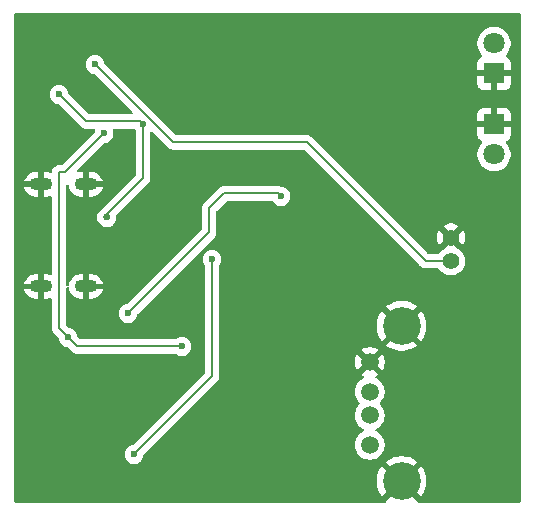
<source format=gbr>
%TF.GenerationSoftware,KiCad,Pcbnew,9.0.7*%
%TF.CreationDate,2026-01-27T16:03:40-08:00*%
%TF.ProjectId,charging-circuit,63686172-6769-46e6-972d-636972637569,rev?*%
%TF.SameCoordinates,Original*%
%TF.FileFunction,Copper,L2,Bot*%
%TF.FilePolarity,Positive*%
%FSLAX46Y46*%
G04 Gerber Fmt 4.6, Leading zero omitted, Abs format (unit mm)*
G04 Created by KiCad (PCBNEW 9.0.7) date 2026-01-27 16:03:40*
%MOMM*%
%LPD*%
G01*
G04 APERTURE LIST*
%TA.AperFunction,ComponentPad*%
%ADD10R,1.800000X1.800000*%
%TD*%
%TA.AperFunction,ComponentPad*%
%ADD11C,1.800000*%
%TD*%
%TA.AperFunction,ComponentPad*%
%ADD12O,1.900000X1.100000*%
%TD*%
%TA.AperFunction,ComponentPad*%
%ADD13C,1.400000*%
%TD*%
%TA.AperFunction,ComponentPad*%
%ADD14C,1.520000*%
%TD*%
%TA.AperFunction,ComponentPad*%
%ADD15C,3.200000*%
%TD*%
%TA.AperFunction,ViaPad*%
%ADD16C,0.600000*%
%TD*%
%TA.AperFunction,Conductor*%
%ADD17C,0.200000*%
%TD*%
G04 APERTURE END LIST*
D10*
%TO.P,H1,1,1*%
%TO.N,GND*%
X88138000Y-61468000D03*
D11*
%TO.P,H1,2,2*%
%TO.N,/12 Vout*%
X88138000Y-58928000D03*
%TD*%
D12*
%TO.P,J1,S1,SHIELD*%
%TO.N,GND*%
X53598000Y-70864000D03*
X49788000Y-70864000D03*
X53598000Y-79504000D03*
X49788000Y-79504000D03*
%TD*%
D13*
%TO.P,U5,1,1*%
%TO.N,Net-(U4-V_{BAT_SENSE})*%
X84498218Y-77370410D03*
%TO.P,U5,2,2*%
%TO.N,GND*%
X84498218Y-75370410D03*
%TD*%
D14*
%TO.P,J2,1,VBUS*%
%TO.N,/5 Vout*%
X77616000Y-92908000D03*
%TO.P,J2,2,D-*%
%TO.N,Net-(J2-D+)*%
X77616000Y-90408000D03*
%TO.P,J2,3,D+*%
X77616000Y-88408000D03*
%TO.P,J2,4,GND*%
%TO.N,GND*%
X77616000Y-85908000D03*
D15*
%TO.P,J2,5,Shield*%
X80316000Y-95978000D03*
X80316000Y-82838000D03*
%TD*%
D10*
%TO.P,H2,1,1*%
%TO.N,GND*%
X88138000Y-65786000D03*
D11*
%TO.P,H2,2,2*%
%TO.N,/5 Vout*%
X88138000Y-68326000D03*
%TD*%
D16*
%TO.N,/VSYS*%
X61722000Y-84582000D03*
X55118000Y-66548000D03*
X52070000Y-83820000D03*
%TO.N,VBUS*%
X58420000Y-65786000D03*
X55374000Y-73660000D03*
X51308000Y-63246000D03*
%TO.N,GND*%
X60198000Y-89154000D03*
X52324000Y-86614000D03*
X59944000Y-69596000D03*
X57658000Y-79502000D03*
X49022000Y-62230000D03*
X55118000Y-85852000D03*
X59436000Y-82804000D03*
X71628000Y-92964000D03*
X53594000Y-63754000D03*
X67056000Y-86868000D03*
X48260000Y-88392000D03*
X55880000Y-59182000D03*
X61976000Y-60452000D03*
X52832000Y-60706000D03*
%TO.N,Net-(U4-V_{BAT_SENSE})*%
X54356000Y-60706000D03*
%TO.N,Net-(U3-SW)*%
X64262000Y-77216000D03*
X57658000Y-93726000D03*
%TO.N,/12 Vout*%
X57150000Y-81788000D03*
X70104000Y-71882000D03*
%TD*%
D17*
%TO.N,/VSYS*%
X55118000Y-66548000D02*
X51816000Y-69850000D01*
X61722000Y-84582000D02*
X52832000Y-84582000D01*
X51308000Y-83058000D02*
X52070000Y-83820000D01*
X51308000Y-69850000D02*
X51308000Y-83058000D01*
X51816000Y-69850000D02*
X51308000Y-69850000D01*
X52832000Y-84582000D02*
X52070000Y-83820000D01*
%TO.N,VBUS*%
X53594000Y-65532000D02*
X51308000Y-63246000D01*
X58420000Y-70358000D02*
X55118000Y-73660000D01*
X58166000Y-65532000D02*
X53594000Y-65532000D01*
X58420000Y-65786000D02*
X58166000Y-65532000D01*
X58420000Y-65786000D02*
X58420000Y-70358000D01*
%TO.N,Net-(U4-V_{BAT_SENSE})*%
X84498218Y-77370410D02*
X82370410Y-77370410D01*
X72310000Y-67310000D02*
X60960000Y-67310000D01*
X60960000Y-67310000D02*
X54356000Y-60706000D01*
X82370410Y-77370410D02*
X72310000Y-67310000D01*
%TO.N,Net-(U3-SW)*%
X64262000Y-77216000D02*
X64262000Y-87122000D01*
X64262000Y-87122000D02*
X57658000Y-93726000D01*
%TO.N,/12 Vout*%
X64008000Y-74930000D02*
X64008000Y-72898000D01*
X64008000Y-72898000D02*
X65278000Y-71628000D01*
X69850000Y-71628000D02*
X70104000Y-71882000D01*
X65278000Y-71628000D02*
X69850000Y-71628000D01*
X57150000Y-81788000D02*
X64008000Y-74930000D01*
%TD*%
%TA.AperFunction,Conductor*%
%TO.N,GND*%
G36*
X90374539Y-56400185D02*
G01*
X90420294Y-56452989D01*
X90431500Y-56504500D01*
X90431500Y-97673500D01*
X90411815Y-97740539D01*
X90359011Y-97786294D01*
X90307500Y-97797500D01*
X81735052Y-97797500D01*
X81668013Y-97777815D01*
X81622258Y-97725011D01*
X81611317Y-97665390D01*
X81613686Y-97629239D01*
X80934541Y-96950095D01*
X81065182Y-96855179D01*
X81193179Y-96727182D01*
X81288095Y-96596541D01*
X81967239Y-97275686D01*
X81967241Y-97275686D01*
X82065825Y-97147211D01*
X82065836Y-97147194D01*
X82203472Y-96908802D01*
X82203479Y-96908787D01*
X82308819Y-96654471D01*
X82380069Y-96388565D01*
X82416000Y-96115641D01*
X82416000Y-95840358D01*
X82380069Y-95567434D01*
X82308819Y-95301528D01*
X82203479Y-95047212D01*
X82203472Y-95047197D01*
X82065836Y-94808804D01*
X81967240Y-94680312D01*
X81288094Y-95359457D01*
X81193179Y-95228818D01*
X81065182Y-95100821D01*
X80934541Y-95005904D01*
X81613686Y-94326758D01*
X81485196Y-94228163D01*
X81246802Y-94090527D01*
X81246787Y-94090520D01*
X80992471Y-93985180D01*
X80726565Y-93913930D01*
X80453642Y-93878000D01*
X80178358Y-93878000D01*
X79905434Y-93913930D01*
X79639528Y-93985180D01*
X79385212Y-94090520D01*
X79385197Y-94090527D01*
X79146799Y-94228166D01*
X79018312Y-94326757D01*
X79018312Y-94326758D01*
X79697458Y-95005904D01*
X79566818Y-95100821D01*
X79438821Y-95228818D01*
X79343904Y-95359458D01*
X78664758Y-94680312D01*
X78664757Y-94680312D01*
X78566166Y-94808799D01*
X78428527Y-95047197D01*
X78428520Y-95047212D01*
X78323180Y-95301528D01*
X78251930Y-95567434D01*
X78216000Y-95840358D01*
X78216000Y-96115641D01*
X78251930Y-96388565D01*
X78323180Y-96654471D01*
X78428520Y-96908787D01*
X78428527Y-96908802D01*
X78566163Y-97147196D01*
X78664758Y-97275686D01*
X79343903Y-96596540D01*
X79438821Y-96727182D01*
X79566818Y-96855179D01*
X79697458Y-96950094D01*
X79018311Y-97629241D01*
X79020681Y-97665390D01*
X79005424Y-97733573D01*
X78955725Y-97782684D01*
X78896947Y-97797500D01*
X47614500Y-97797500D01*
X47547461Y-97777815D01*
X47501706Y-97725011D01*
X47490500Y-97673500D01*
X47490500Y-93647153D01*
X56857500Y-93647153D01*
X56857500Y-93804846D01*
X56888261Y-93959489D01*
X56888264Y-93959501D01*
X56948602Y-94105172D01*
X56948609Y-94105185D01*
X57036210Y-94236288D01*
X57036213Y-94236292D01*
X57147707Y-94347786D01*
X57147711Y-94347789D01*
X57278814Y-94435390D01*
X57278827Y-94435397D01*
X57424498Y-94495735D01*
X57424503Y-94495737D01*
X57579153Y-94526499D01*
X57579156Y-94526500D01*
X57579158Y-94526500D01*
X57736844Y-94526500D01*
X57736845Y-94526499D01*
X57891497Y-94495737D01*
X58037179Y-94435394D01*
X58168289Y-94347789D01*
X58189321Y-94326757D01*
X58229049Y-94287030D01*
X58279786Y-94236292D01*
X58279789Y-94236289D01*
X58367394Y-94105179D01*
X58427737Y-93959497D01*
X58447113Y-93862085D01*
X58458638Y-93804150D01*
X58491023Y-93742239D01*
X58492518Y-93740716D01*
X63924443Y-88308790D01*
X76355500Y-88308790D01*
X76355500Y-88507209D01*
X76386536Y-88703162D01*
X76386537Y-88703168D01*
X76433140Y-88846596D01*
X76447850Y-88891868D01*
X76509021Y-89011922D01*
X76537923Y-89068646D01*
X76654544Y-89229161D01*
X76654546Y-89229163D01*
X76745702Y-89320319D01*
X76779187Y-89381642D01*
X76774203Y-89451334D01*
X76745702Y-89495681D01*
X76654546Y-89586836D01*
X76654546Y-89586837D01*
X76654544Y-89586839D01*
X76600477Y-89661255D01*
X76537926Y-89747349D01*
X76537924Y-89747352D01*
X76447850Y-89924131D01*
X76417193Y-90018484D01*
X76386537Y-90112832D01*
X76386536Y-90112835D01*
X76386536Y-90112837D01*
X76355500Y-90308790D01*
X76355500Y-90507209D01*
X76386536Y-90703162D01*
X76386537Y-90703168D01*
X76433140Y-90846596D01*
X76447850Y-90891868D01*
X76509021Y-91011922D01*
X76537923Y-91068646D01*
X76654544Y-91229161D01*
X76794839Y-91369456D01*
X76955354Y-91486077D01*
X77069611Y-91544293D01*
X77075934Y-91547515D01*
X77126730Y-91595490D01*
X77143525Y-91663311D01*
X77120988Y-91729446D01*
X77075934Y-91768485D01*
X76955352Y-91829924D01*
X76955349Y-91829926D01*
X76869255Y-91892477D01*
X76794839Y-91946544D01*
X76794837Y-91946546D01*
X76794836Y-91946546D01*
X76654546Y-92086836D01*
X76654546Y-92086837D01*
X76654544Y-92086839D01*
X76600477Y-92161255D01*
X76537926Y-92247349D01*
X76537924Y-92247352D01*
X76447850Y-92424131D01*
X76417193Y-92518484D01*
X76386537Y-92612832D01*
X76386536Y-92612835D01*
X76386536Y-92612837D01*
X76355500Y-92808790D01*
X76355500Y-93007209D01*
X76370864Y-93104211D01*
X76386537Y-93203168D01*
X76390613Y-93215711D01*
X76447850Y-93391868D01*
X76499130Y-93492510D01*
X76537923Y-93568646D01*
X76654544Y-93729161D01*
X76794839Y-93869456D01*
X76955354Y-93986077D01*
X77068800Y-94043880D01*
X77132131Y-94076149D01*
X77132133Y-94076149D01*
X77132136Y-94076151D01*
X77320832Y-94137463D01*
X77418814Y-94152981D01*
X77516791Y-94168500D01*
X77516796Y-94168500D01*
X77715209Y-94168500D01*
X77804278Y-94154392D01*
X77911168Y-94137463D01*
X78099864Y-94076151D01*
X78276646Y-93986077D01*
X78437161Y-93869456D01*
X78577456Y-93729161D01*
X78694077Y-93568646D01*
X78784151Y-93391864D01*
X78845463Y-93203168D01*
X78862392Y-93096278D01*
X78876500Y-93007209D01*
X78876500Y-92808790D01*
X78859570Y-92701906D01*
X78845463Y-92612832D01*
X78784151Y-92424136D01*
X78784149Y-92424133D01*
X78784149Y-92424131D01*
X78751880Y-92360800D01*
X78694077Y-92247354D01*
X78577456Y-92086839D01*
X78437161Y-91946544D01*
X78276646Y-91829923D01*
X78156063Y-91768484D01*
X78105269Y-91720511D01*
X78088474Y-91652690D01*
X78111011Y-91586555D01*
X78156063Y-91547516D01*
X78276646Y-91486077D01*
X78437161Y-91369456D01*
X78577456Y-91229161D01*
X78694077Y-91068646D01*
X78784151Y-90891864D01*
X78845463Y-90703168D01*
X78862392Y-90596278D01*
X78876500Y-90507209D01*
X78876500Y-90308790D01*
X78859570Y-90201906D01*
X78845463Y-90112832D01*
X78784151Y-89924136D01*
X78784149Y-89924133D01*
X78784149Y-89924131D01*
X78751880Y-89860800D01*
X78694077Y-89747354D01*
X78577456Y-89586839D01*
X78486298Y-89495681D01*
X78452813Y-89434358D01*
X78457797Y-89364666D01*
X78486298Y-89320319D01*
X78577456Y-89229161D01*
X78694077Y-89068646D01*
X78784151Y-88891864D01*
X78845463Y-88703168D01*
X78862392Y-88596278D01*
X78876500Y-88507209D01*
X78876500Y-88308790D01*
X78859570Y-88201906D01*
X78845463Y-88112832D01*
X78784151Y-87924136D01*
X78784149Y-87924133D01*
X78784149Y-87924131D01*
X78751880Y-87860800D01*
X78694077Y-87747354D01*
X78577456Y-87586839D01*
X78437161Y-87446544D01*
X78276646Y-87329923D01*
X78155513Y-87268203D01*
X78104718Y-87220230D01*
X78087923Y-87152409D01*
X78110460Y-87086274D01*
X78155514Y-87047234D01*
X78276383Y-86985648D01*
X78313283Y-86958837D01*
X78313284Y-86958836D01*
X77712745Y-86358297D01*
X77793551Y-86336646D01*
X77898443Y-86276087D01*
X77984087Y-86190443D01*
X78044646Y-86085551D01*
X78066297Y-86004745D01*
X78666836Y-86605284D01*
X78666837Y-86605283D01*
X78693648Y-86568382D01*
X78783688Y-86391672D01*
X78783689Y-86391669D01*
X78844973Y-86203052D01*
X78876000Y-86007163D01*
X78876000Y-85808836D01*
X78844973Y-85612947D01*
X78783689Y-85424330D01*
X78783688Y-85424327D01*
X78693645Y-85247612D01*
X78666838Y-85210715D01*
X78666837Y-85210714D01*
X78066297Y-85811254D01*
X78044646Y-85730449D01*
X77984087Y-85625557D01*
X77898443Y-85539913D01*
X77793551Y-85479354D01*
X77712744Y-85457701D01*
X78313283Y-84857161D01*
X78276380Y-84830350D01*
X78099672Y-84740311D01*
X78099669Y-84740310D01*
X77911052Y-84679026D01*
X77715163Y-84648000D01*
X77516837Y-84648000D01*
X77320947Y-84679026D01*
X77132330Y-84740310D01*
X77132322Y-84740313D01*
X76955615Y-84830352D01*
X76918715Y-84857160D01*
X76918715Y-84857161D01*
X77519255Y-85457701D01*
X77438449Y-85479354D01*
X77333557Y-85539913D01*
X77247913Y-85625557D01*
X77187354Y-85730449D01*
X77165701Y-85811255D01*
X76565161Y-85210715D01*
X76565160Y-85210715D01*
X76538352Y-85247615D01*
X76448313Y-85424322D01*
X76448310Y-85424330D01*
X76387026Y-85612947D01*
X76356000Y-85808836D01*
X76356000Y-86007163D01*
X76387026Y-86203052D01*
X76448310Y-86391669D01*
X76448311Y-86391672D01*
X76538350Y-86568380D01*
X76565161Y-86605283D01*
X77165701Y-86004743D01*
X77187354Y-86085551D01*
X77247913Y-86190443D01*
X77333557Y-86276087D01*
X77438449Y-86336646D01*
X77519254Y-86358297D01*
X76918714Y-86958837D01*
X76918715Y-86958838D01*
X76955612Y-86985645D01*
X77076485Y-87047234D01*
X77127281Y-87095209D01*
X77144076Y-87163030D01*
X77121539Y-87229165D01*
X77076485Y-87268204D01*
X76955352Y-87329924D01*
X76955349Y-87329926D01*
X76869255Y-87392477D01*
X76794839Y-87446544D01*
X76794837Y-87446546D01*
X76794836Y-87446546D01*
X76654546Y-87586836D01*
X76654546Y-87586837D01*
X76654544Y-87586839D01*
X76635732Y-87612732D01*
X76537926Y-87747349D01*
X76537924Y-87747352D01*
X76447850Y-87924131D01*
X76417193Y-88018484D01*
X76386537Y-88112832D01*
X76386536Y-88112835D01*
X76386536Y-88112837D01*
X76355500Y-88308790D01*
X63924443Y-88308790D01*
X64620506Y-87612727D01*
X64620511Y-87612724D01*
X64630714Y-87602520D01*
X64630716Y-87602520D01*
X64742520Y-87490716D01*
X64821577Y-87353784D01*
X64862500Y-87201057D01*
X64862500Y-82700358D01*
X78216000Y-82700358D01*
X78216000Y-82975641D01*
X78251930Y-83248565D01*
X78323180Y-83514471D01*
X78428520Y-83768787D01*
X78428527Y-83768802D01*
X78566163Y-84007196D01*
X78664758Y-84135686D01*
X79343903Y-83456540D01*
X79438821Y-83587182D01*
X79566818Y-83715179D01*
X79697458Y-83810094D01*
X79018312Y-84489240D01*
X79146804Y-84587836D01*
X79385197Y-84725472D01*
X79385212Y-84725479D01*
X79639528Y-84830819D01*
X79905434Y-84902069D01*
X80178358Y-84938000D01*
X80453642Y-84938000D01*
X80726565Y-84902069D01*
X80992471Y-84830819D01*
X81246787Y-84725479D01*
X81246802Y-84725472D01*
X81485194Y-84587836D01*
X81485211Y-84587825D01*
X81613686Y-84489241D01*
X81613686Y-84489239D01*
X80934541Y-83810095D01*
X81065182Y-83715179D01*
X81193179Y-83587182D01*
X81288095Y-83456541D01*
X81967239Y-84135686D01*
X81967241Y-84135686D01*
X82065825Y-84007211D01*
X82065836Y-84007194D01*
X82203472Y-83768802D01*
X82203479Y-83768787D01*
X82308819Y-83514471D01*
X82380069Y-83248565D01*
X82416000Y-82975641D01*
X82416000Y-82700358D01*
X82380069Y-82427434D01*
X82308819Y-82161528D01*
X82203479Y-81907212D01*
X82203472Y-81907197D01*
X82065836Y-81668804D01*
X81967240Y-81540312D01*
X81288094Y-82219457D01*
X81193179Y-82088818D01*
X81065182Y-81960821D01*
X80934541Y-81865904D01*
X81613686Y-81186758D01*
X81485196Y-81088163D01*
X81246802Y-80950527D01*
X81246787Y-80950520D01*
X80992471Y-80845180D01*
X80726565Y-80773930D01*
X80453642Y-80738000D01*
X80178358Y-80738000D01*
X79905434Y-80773930D01*
X79639528Y-80845180D01*
X79385212Y-80950520D01*
X79385197Y-80950527D01*
X79146799Y-81088166D01*
X79018312Y-81186757D01*
X79018312Y-81186758D01*
X79697458Y-81865904D01*
X79566818Y-81960821D01*
X79438821Y-82088818D01*
X79343904Y-82219458D01*
X78664758Y-81540312D01*
X78664757Y-81540312D01*
X78566166Y-81668799D01*
X78428527Y-81907197D01*
X78428520Y-81907212D01*
X78323180Y-82161528D01*
X78251930Y-82427434D01*
X78216000Y-82700358D01*
X64862500Y-82700358D01*
X64862500Y-77795765D01*
X64882185Y-77728726D01*
X64883398Y-77726874D01*
X64971390Y-77595185D01*
X64971390Y-77595184D01*
X64971394Y-77595179D01*
X65031737Y-77449497D01*
X65062500Y-77294842D01*
X65062500Y-77137158D01*
X65062500Y-77137155D01*
X65062499Y-77137153D01*
X65052979Y-77089292D01*
X65031737Y-76982503D01*
X65001529Y-76909573D01*
X64971397Y-76836827D01*
X64971390Y-76836814D01*
X64883789Y-76705711D01*
X64883786Y-76705707D01*
X64772292Y-76594213D01*
X64772288Y-76594210D01*
X64641185Y-76506609D01*
X64641172Y-76506602D01*
X64495501Y-76446264D01*
X64495489Y-76446261D01*
X64340845Y-76415500D01*
X64340842Y-76415500D01*
X64183158Y-76415500D01*
X64183155Y-76415500D01*
X64028510Y-76446261D01*
X64028498Y-76446264D01*
X63882827Y-76506602D01*
X63882814Y-76506609D01*
X63751711Y-76594210D01*
X63751707Y-76594213D01*
X63640213Y-76705707D01*
X63640210Y-76705711D01*
X63552609Y-76836814D01*
X63552602Y-76836827D01*
X63492264Y-76982498D01*
X63492261Y-76982510D01*
X63461500Y-77137153D01*
X63461500Y-77294846D01*
X63492261Y-77449489D01*
X63492264Y-77449501D01*
X63552602Y-77595172D01*
X63552609Y-77595185D01*
X63640602Y-77726874D01*
X63661480Y-77793551D01*
X63661500Y-77795765D01*
X63661500Y-86821903D01*
X63641815Y-86888942D01*
X63625181Y-86909584D01*
X57643339Y-92891425D01*
X57582016Y-92924910D01*
X57579850Y-92925361D01*
X57424508Y-92956261D01*
X57424498Y-92956264D01*
X57278827Y-93016602D01*
X57278814Y-93016609D01*
X57147711Y-93104210D01*
X57147707Y-93104213D01*
X57036213Y-93215707D01*
X57036210Y-93215711D01*
X56948609Y-93346814D01*
X56948602Y-93346827D01*
X56888264Y-93492498D01*
X56888261Y-93492510D01*
X56857500Y-93647153D01*
X47490500Y-93647153D01*
X47490500Y-70614000D01*
X48367157Y-70614000D01*
X49143010Y-70614000D01*
X49107922Y-70649088D01*
X49061842Y-70728901D01*
X49037989Y-70817920D01*
X49037989Y-70910080D01*
X49061842Y-70999099D01*
X49107922Y-71078912D01*
X49143010Y-71114000D01*
X48367157Y-71114000D01*
X48378350Y-71170274D01*
X48378351Y-71170276D01*
X48457500Y-71361358D01*
X48457505Y-71361368D01*
X48572410Y-71533335D01*
X48572413Y-71533339D01*
X48718660Y-71679586D01*
X48718664Y-71679589D01*
X48890631Y-71794494D01*
X48890641Y-71794499D01*
X49081725Y-71873649D01*
X49081733Y-71873651D01*
X49284579Y-71913999D01*
X49284583Y-71914000D01*
X49538000Y-71914000D01*
X49538000Y-71214012D01*
X50038000Y-71214012D01*
X50038000Y-71914000D01*
X50291417Y-71914000D01*
X50291420Y-71913999D01*
X50494266Y-71873651D01*
X50494275Y-71873649D01*
X50536045Y-71856347D01*
X50605515Y-71848877D01*
X50667994Y-71880151D01*
X50703648Y-71940239D01*
X50707500Y-71970907D01*
X50707500Y-78397092D01*
X50687815Y-78464131D01*
X50635011Y-78509886D01*
X50565853Y-78519830D01*
X50536048Y-78511653D01*
X50494278Y-78494351D01*
X50494266Y-78494348D01*
X50291420Y-78454000D01*
X50038000Y-78454000D01*
X50038000Y-79153988D01*
X49538000Y-79153988D01*
X49538000Y-78454000D01*
X49284579Y-78454000D01*
X49081733Y-78494348D01*
X49081725Y-78494350D01*
X48890641Y-78573500D01*
X48890631Y-78573505D01*
X48718664Y-78688410D01*
X48718660Y-78688413D01*
X48572413Y-78834660D01*
X48572410Y-78834664D01*
X48457505Y-79006631D01*
X48457500Y-79006641D01*
X48378351Y-79197723D01*
X48378350Y-79197725D01*
X48367157Y-79254000D01*
X49143010Y-79254000D01*
X49107922Y-79289088D01*
X49061842Y-79368901D01*
X49037989Y-79457920D01*
X49037989Y-79550080D01*
X49061842Y-79639099D01*
X49107922Y-79718912D01*
X49143010Y-79754000D01*
X48367157Y-79754000D01*
X48378350Y-79810274D01*
X48378351Y-79810276D01*
X48457500Y-80001358D01*
X48457505Y-80001368D01*
X48572410Y-80173335D01*
X48572413Y-80173339D01*
X48718660Y-80319586D01*
X48718664Y-80319589D01*
X48890631Y-80434494D01*
X48890641Y-80434499D01*
X49081725Y-80513649D01*
X49081733Y-80513651D01*
X49284579Y-80553999D01*
X49284583Y-80554000D01*
X49538000Y-80554000D01*
X49538000Y-79854012D01*
X50038000Y-79854012D01*
X50038000Y-80554000D01*
X50291417Y-80554000D01*
X50291420Y-80553999D01*
X50494266Y-80513651D01*
X50494275Y-80513649D01*
X50536045Y-80496347D01*
X50605515Y-80488877D01*
X50667994Y-80520151D01*
X50703648Y-80580239D01*
X50707500Y-80610907D01*
X50707500Y-82971330D01*
X50707499Y-82971348D01*
X50707499Y-83137054D01*
X50707498Y-83137054D01*
X50748423Y-83289786D01*
X50762820Y-83314720D01*
X50762821Y-83314725D01*
X50762823Y-83314725D01*
X50827479Y-83426714D01*
X50827481Y-83426717D01*
X50946349Y-83545585D01*
X50946355Y-83545590D01*
X51235425Y-83834660D01*
X51268910Y-83895983D01*
X51269361Y-83898149D01*
X51300261Y-84053491D01*
X51300264Y-84053501D01*
X51360602Y-84199172D01*
X51360609Y-84199185D01*
X51448210Y-84330288D01*
X51448213Y-84330292D01*
X51559707Y-84441786D01*
X51559711Y-84441789D01*
X51690814Y-84529390D01*
X51690827Y-84529397D01*
X51836498Y-84589735D01*
X51836503Y-84589737D01*
X51901147Y-84602595D01*
X51991849Y-84620638D01*
X52053760Y-84653023D01*
X52055334Y-84654569D01*
X52463284Y-85062520D01*
X52463286Y-85062521D01*
X52463290Y-85062524D01*
X52600209Y-85141573D01*
X52600216Y-85141577D01*
X52752943Y-85182501D01*
X52752945Y-85182501D01*
X52918654Y-85182501D01*
X52918670Y-85182500D01*
X61142234Y-85182500D01*
X61209273Y-85202185D01*
X61211125Y-85203398D01*
X61342814Y-85291390D01*
X61342827Y-85291397D01*
X61488498Y-85351735D01*
X61488503Y-85351737D01*
X61643153Y-85382499D01*
X61643156Y-85382500D01*
X61643158Y-85382500D01*
X61800844Y-85382500D01*
X61800845Y-85382499D01*
X61955497Y-85351737D01*
X62101179Y-85291394D01*
X62232289Y-85203789D01*
X62343789Y-85092289D01*
X62431394Y-84961179D01*
X62491737Y-84815497D01*
X62522500Y-84660842D01*
X62522500Y-84503158D01*
X62522500Y-84503155D01*
X62522499Y-84503153D01*
X62519732Y-84489241D01*
X62491737Y-84348503D01*
X62484192Y-84330288D01*
X62431397Y-84202827D01*
X62431390Y-84202814D01*
X62343789Y-84071711D01*
X62343786Y-84071707D01*
X62232292Y-83960213D01*
X62232288Y-83960210D01*
X62101185Y-83872609D01*
X62101172Y-83872602D01*
X61955501Y-83812264D01*
X61955489Y-83812261D01*
X61800845Y-83781500D01*
X61800842Y-83781500D01*
X61643158Y-83781500D01*
X61643155Y-83781500D01*
X61488510Y-83812261D01*
X61488498Y-83812264D01*
X61342827Y-83872602D01*
X61342814Y-83872609D01*
X61211125Y-83960602D01*
X61144447Y-83981480D01*
X61142234Y-83981500D01*
X53132098Y-83981500D01*
X53102657Y-83972855D01*
X53072671Y-83966332D01*
X53067655Y-83962577D01*
X53065059Y-83961815D01*
X53044417Y-83945181D01*
X52904573Y-83805337D01*
X52871088Y-83744014D01*
X52870637Y-83741847D01*
X52839738Y-83586510D01*
X52839737Y-83586503D01*
X52839735Y-83586498D01*
X52779397Y-83440827D01*
X52779390Y-83440814D01*
X52691789Y-83309711D01*
X52691786Y-83309707D01*
X52580292Y-83198213D01*
X52580288Y-83198210D01*
X52449185Y-83110609D01*
X52449172Y-83110602D01*
X52303501Y-83050264D01*
X52303491Y-83050261D01*
X52148151Y-83019362D01*
X52131394Y-83010596D01*
X52112916Y-83006577D01*
X52087877Y-82987832D01*
X52086241Y-82986977D01*
X52084662Y-82985426D01*
X51944819Y-82845583D01*
X51911334Y-82784260D01*
X51908500Y-82757902D01*
X51908500Y-81709153D01*
X56349500Y-81709153D01*
X56349500Y-81866846D01*
X56380261Y-82021489D01*
X56380264Y-82021501D01*
X56440602Y-82167172D01*
X56440609Y-82167185D01*
X56528210Y-82298288D01*
X56528213Y-82298292D01*
X56639707Y-82409786D01*
X56639711Y-82409789D01*
X56770814Y-82497390D01*
X56770827Y-82497397D01*
X56916498Y-82557735D01*
X56916503Y-82557737D01*
X57071153Y-82588499D01*
X57071156Y-82588500D01*
X57071158Y-82588500D01*
X57228844Y-82588500D01*
X57228845Y-82588499D01*
X57383497Y-82557737D01*
X57529179Y-82497394D01*
X57660289Y-82409789D01*
X57771789Y-82298289D01*
X57859394Y-82167179D01*
X57919737Y-82021497D01*
X57942473Y-81907197D01*
X57950638Y-81866150D01*
X57983023Y-81804239D01*
X57984518Y-81802716D01*
X64488520Y-75298716D01*
X64567577Y-75161784D01*
X64608501Y-75009057D01*
X64608501Y-74850942D01*
X64608501Y-74843347D01*
X64608500Y-74843329D01*
X64608500Y-73198097D01*
X64628185Y-73131058D01*
X64644819Y-73110416D01*
X65490416Y-72264819D01*
X65551739Y-72231334D01*
X65578097Y-72228500D01*
X69306491Y-72228500D01*
X69373530Y-72248185D01*
X69409593Y-72283609D01*
X69482210Y-72392288D01*
X69482213Y-72392292D01*
X69593707Y-72503786D01*
X69593711Y-72503789D01*
X69724814Y-72591390D01*
X69724827Y-72591397D01*
X69870498Y-72651735D01*
X69870503Y-72651737D01*
X70025153Y-72682499D01*
X70025156Y-72682500D01*
X70025158Y-72682500D01*
X70182844Y-72682500D01*
X70182845Y-72682499D01*
X70337497Y-72651737D01*
X70483179Y-72591394D01*
X70614289Y-72503789D01*
X70725789Y-72392289D01*
X70813394Y-72261179D01*
X70873737Y-72115497D01*
X70904500Y-71960842D01*
X70904500Y-71803158D01*
X70904500Y-71803155D01*
X70904499Y-71803153D01*
X70873738Y-71648510D01*
X70873737Y-71648503D01*
X70826035Y-71533339D01*
X70813397Y-71502827D01*
X70813390Y-71502814D01*
X70725789Y-71371711D01*
X70725786Y-71371707D01*
X70614292Y-71260213D01*
X70614288Y-71260210D01*
X70483185Y-71172609D01*
X70483172Y-71172602D01*
X70337501Y-71112264D01*
X70337489Y-71112261D01*
X70182845Y-71081500D01*
X70182842Y-71081500D01*
X70137661Y-71081500D01*
X70090417Y-71068835D01*
X70089299Y-71071535D01*
X70081789Y-71068424D01*
X70069263Y-71065067D01*
X69929057Y-71027499D01*
X69770943Y-71027499D01*
X69763347Y-71027499D01*
X69763331Y-71027500D01*
X65357057Y-71027500D01*
X65198942Y-71027500D01*
X65046215Y-71068423D01*
X65046214Y-71068423D01*
X65046212Y-71068424D01*
X65046209Y-71068425D01*
X64996096Y-71097359D01*
X64996095Y-71097360D01*
X64952689Y-71122420D01*
X64909285Y-71147479D01*
X64909282Y-71147481D01*
X63527481Y-72529282D01*
X63527480Y-72529284D01*
X63491621Y-72591394D01*
X63448423Y-72666215D01*
X63407499Y-72818943D01*
X63407499Y-72818945D01*
X63407499Y-72987046D01*
X63407500Y-72987059D01*
X63407500Y-74629902D01*
X63387815Y-74696941D01*
X63371181Y-74717583D01*
X57135339Y-80953425D01*
X57074016Y-80986910D01*
X57071850Y-80987361D01*
X56916508Y-81018261D01*
X56916498Y-81018264D01*
X56770827Y-81078602D01*
X56770814Y-81078609D01*
X56639711Y-81166210D01*
X56639707Y-81166213D01*
X56528213Y-81277707D01*
X56528210Y-81277711D01*
X56440609Y-81408814D01*
X56440602Y-81408827D01*
X56380264Y-81554498D01*
X56380261Y-81554510D01*
X56349500Y-81709153D01*
X51908500Y-81709153D01*
X51908500Y-79662362D01*
X51928185Y-79595323D01*
X51980989Y-79549568D01*
X52050147Y-79539624D01*
X52113703Y-79568649D01*
X52151477Y-79627427D01*
X52154117Y-79638171D01*
X52188348Y-79810267D01*
X52188350Y-79810274D01*
X52267500Y-80001358D01*
X52267505Y-80001368D01*
X52382410Y-80173335D01*
X52382413Y-80173339D01*
X52528660Y-80319586D01*
X52528664Y-80319589D01*
X52700631Y-80434494D01*
X52700641Y-80434499D01*
X52891725Y-80513649D01*
X52891733Y-80513651D01*
X53094579Y-80553999D01*
X53094583Y-80554000D01*
X53348000Y-80554000D01*
X53348000Y-79854012D01*
X53848000Y-79854012D01*
X53848000Y-80554000D01*
X54101417Y-80554000D01*
X54101420Y-80553999D01*
X54304266Y-80513651D01*
X54304274Y-80513649D01*
X54495358Y-80434499D01*
X54495368Y-80434494D01*
X54667335Y-80319589D01*
X54667339Y-80319586D01*
X54813586Y-80173339D01*
X54813589Y-80173335D01*
X54928494Y-80001368D01*
X54928499Y-80001358D01*
X55007648Y-79810276D01*
X55007649Y-79810274D01*
X55018843Y-79754000D01*
X54242990Y-79754000D01*
X54278078Y-79718912D01*
X54324158Y-79639099D01*
X54348011Y-79550080D01*
X54348011Y-79457920D01*
X54324158Y-79368901D01*
X54278078Y-79289088D01*
X54242990Y-79254000D01*
X55018843Y-79254000D01*
X55007649Y-79197725D01*
X55007648Y-79197723D01*
X54928499Y-79006641D01*
X54928494Y-79006631D01*
X54813589Y-78834664D01*
X54813586Y-78834660D01*
X54667339Y-78688413D01*
X54667335Y-78688410D01*
X54495368Y-78573505D01*
X54495358Y-78573500D01*
X54304274Y-78494350D01*
X54304266Y-78494348D01*
X54101420Y-78454000D01*
X53848000Y-78454000D01*
X53848000Y-79153988D01*
X53348000Y-79153988D01*
X53348000Y-78454000D01*
X53094579Y-78454000D01*
X52891733Y-78494348D01*
X52891725Y-78494350D01*
X52700641Y-78573500D01*
X52700631Y-78573505D01*
X52528664Y-78688410D01*
X52528660Y-78688413D01*
X52382413Y-78834660D01*
X52382410Y-78834664D01*
X52267505Y-79006631D01*
X52267500Y-79006641D01*
X52188350Y-79197725D01*
X52188348Y-79197733D01*
X52154117Y-79369828D01*
X52121733Y-79431739D01*
X52061017Y-79466313D01*
X51991248Y-79462574D01*
X51934575Y-79421708D01*
X51908994Y-79356690D01*
X51908500Y-79345637D01*
X51908500Y-71022362D01*
X51928185Y-70955323D01*
X51980989Y-70909568D01*
X52050147Y-70899624D01*
X52113703Y-70928649D01*
X52151477Y-70987427D01*
X52154117Y-70998171D01*
X52188348Y-71170267D01*
X52188350Y-71170274D01*
X52267500Y-71361358D01*
X52267505Y-71361368D01*
X52382410Y-71533335D01*
X52382413Y-71533339D01*
X52528660Y-71679586D01*
X52528664Y-71679589D01*
X52700631Y-71794494D01*
X52700641Y-71794499D01*
X52891725Y-71873649D01*
X52891733Y-71873651D01*
X53094579Y-71913999D01*
X53094583Y-71914000D01*
X53348000Y-71914000D01*
X53348000Y-71214012D01*
X53848000Y-71214012D01*
X53848000Y-71914000D01*
X54101417Y-71914000D01*
X54101420Y-71913999D01*
X54304266Y-71873651D01*
X54304274Y-71873649D01*
X54495358Y-71794499D01*
X54495368Y-71794494D01*
X54667335Y-71679589D01*
X54667339Y-71679586D01*
X54813586Y-71533339D01*
X54813589Y-71533335D01*
X54928494Y-71361368D01*
X54928499Y-71361358D01*
X55007648Y-71170276D01*
X55007649Y-71170274D01*
X55018843Y-71114000D01*
X54242990Y-71114000D01*
X54278078Y-71078912D01*
X54324158Y-70999099D01*
X54348011Y-70910080D01*
X54348011Y-70817920D01*
X54324158Y-70728901D01*
X54278078Y-70649088D01*
X54242990Y-70614000D01*
X55018843Y-70614000D01*
X55007649Y-70557725D01*
X55007648Y-70557723D01*
X54928499Y-70366641D01*
X54928494Y-70366631D01*
X54813589Y-70194664D01*
X54813586Y-70194660D01*
X54667339Y-70048413D01*
X54667335Y-70048410D01*
X54495368Y-69933505D01*
X54495358Y-69933500D01*
X54304274Y-69854350D01*
X54304266Y-69854348D01*
X54101420Y-69814000D01*
X53848000Y-69814000D01*
X53848000Y-70513988D01*
X53348000Y-70513988D01*
X53348000Y-69814000D01*
X53094585Y-69814000D01*
X53004481Y-69831922D01*
X52934890Y-69825693D01*
X52879713Y-69782830D01*
X52856469Y-69716940D01*
X52872537Y-69648943D01*
X52892606Y-69622628D01*
X55132662Y-67382572D01*
X55193983Y-67349089D01*
X55196150Y-67348638D01*
X55265605Y-67334822D01*
X55351497Y-67317737D01*
X55497179Y-67257394D01*
X55628289Y-67169789D01*
X55739789Y-67058289D01*
X55827394Y-66927179D01*
X55828090Y-66925500D01*
X55841067Y-66894166D01*
X55887737Y-66781497D01*
X55918500Y-66626842D01*
X55918500Y-66469158D01*
X55918500Y-66469155D01*
X55918499Y-66469153D01*
X55915099Y-66452058D01*
X55887737Y-66314503D01*
X55883367Y-66303952D01*
X55875898Y-66234482D01*
X55907174Y-66172003D01*
X55967263Y-66136352D01*
X55997928Y-66132500D01*
X57622491Y-66132500D01*
X57630108Y-66134736D01*
X57637944Y-66133467D01*
X57663153Y-66144440D01*
X57689530Y-66152185D01*
X57696359Y-66158893D01*
X57702008Y-66161352D01*
X57725593Y-66187609D01*
X57798602Y-66296874D01*
X57819480Y-66363551D01*
X57819500Y-66365765D01*
X57819500Y-70057902D01*
X57799815Y-70124941D01*
X57783181Y-70145583D01*
X54953245Y-72975518D01*
X54934458Y-72990937D01*
X54863709Y-73038212D01*
X54752212Y-73149709D01*
X54704939Y-73220455D01*
X54689522Y-73239241D01*
X54637482Y-73291282D01*
X54558423Y-73428214D01*
X54558423Y-73428215D01*
X54517499Y-73580943D01*
X54517499Y-73580945D01*
X54517499Y-73739054D01*
X54517498Y-73739054D01*
X54517499Y-73739057D01*
X54558423Y-73891785D01*
X54637481Y-74028716D01*
X54637483Y-74028718D01*
X54689520Y-74080755D01*
X54704941Y-74099545D01*
X54752210Y-74170288D01*
X54752213Y-74170292D01*
X54863707Y-74281786D01*
X54863711Y-74281789D01*
X54994814Y-74369390D01*
X54994827Y-74369397D01*
X55140498Y-74429735D01*
X55140503Y-74429737D01*
X55295153Y-74460499D01*
X55295156Y-74460500D01*
X55295158Y-74460500D01*
X55452844Y-74460500D01*
X55452845Y-74460499D01*
X55607497Y-74429737D01*
X55753179Y-74369394D01*
X55884289Y-74281789D01*
X55995789Y-74170289D01*
X56083394Y-74039179D01*
X56143737Y-73893497D01*
X56174500Y-73738842D01*
X56174500Y-73581158D01*
X56166123Y-73539045D01*
X56172349Y-73469457D01*
X56200057Y-73427176D01*
X58788713Y-70838521D01*
X58788716Y-70838520D01*
X58900520Y-70726716D01*
X58950639Y-70639904D01*
X58979577Y-70589785D01*
X59020500Y-70437057D01*
X59020500Y-70278943D01*
X59020500Y-66519097D01*
X59040185Y-66452058D01*
X59092989Y-66406303D01*
X59162147Y-66396359D01*
X59225703Y-66425384D01*
X59232181Y-66431416D01*
X60475139Y-67674374D01*
X60475149Y-67674385D01*
X60479479Y-67678715D01*
X60479480Y-67678716D01*
X60591284Y-67790520D01*
X60591286Y-67790521D01*
X60591290Y-67790524D01*
X60728209Y-67869573D01*
X60728216Y-67869577D01*
X60840019Y-67899534D01*
X60880942Y-67910500D01*
X60880943Y-67910500D01*
X72009903Y-67910500D01*
X72076942Y-67930185D01*
X72097584Y-67946819D01*
X81885549Y-77734784D01*
X81885559Y-77734795D01*
X81889889Y-77739125D01*
X81889890Y-77739126D01*
X82001694Y-77850930D01*
X82088505Y-77901049D01*
X82088507Y-77901051D01*
X82138623Y-77929986D01*
X82138625Y-77929987D01*
X82291352Y-77970910D01*
X82291353Y-77970910D01*
X83387426Y-77970910D01*
X83454465Y-77990595D01*
X83487742Y-78022022D01*
X83582528Y-78152483D01*
X83716145Y-78286100D01*
X83869019Y-78397170D01*
X83948565Y-78437700D01*
X84037381Y-78482955D01*
X84037383Y-78482955D01*
X84037386Y-78482957D01*
X84125703Y-78511653D01*
X84217099Y-78541350D01*
X84403732Y-78570910D01*
X84403737Y-78570910D01*
X84592704Y-78570910D01*
X84779336Y-78541350D01*
X84845567Y-78519830D01*
X84959050Y-78482957D01*
X85127417Y-78397170D01*
X85280291Y-78286100D01*
X85413908Y-78152483D01*
X85524978Y-77999609D01*
X85610765Y-77831242D01*
X85669158Y-77651528D01*
X85678084Y-77595172D01*
X85698718Y-77464896D01*
X85698718Y-77275923D01*
X85669158Y-77089291D01*
X85610763Y-76909573D01*
X85539601Y-76769910D01*
X85524978Y-76741211D01*
X85413908Y-76588337D01*
X85280291Y-76454720D01*
X85127417Y-76343650D01*
X85125510Y-76342678D01*
X85123784Y-76341424D01*
X85123260Y-76341103D01*
X85123285Y-76341061D01*
X85094133Y-76319879D01*
X84586812Y-75812557D01*
X84671916Y-75789754D01*
X84774532Y-75730509D01*
X84858317Y-75646724D01*
X84917562Y-75544108D01*
X84940365Y-75459003D01*
X85506100Y-76024738D01*
X85506101Y-76024738D01*
X85524549Y-75999347D01*
X85610303Y-75831047D01*
X85668669Y-75651412D01*
X85698218Y-75464857D01*
X85698218Y-75275962D01*
X85668669Y-75089407D01*
X85610303Y-74909772D01*
X85524547Y-74741469D01*
X85506101Y-74716080D01*
X85506100Y-74716079D01*
X84940365Y-75281815D01*
X84917562Y-75196712D01*
X84858317Y-75094096D01*
X84774532Y-75010311D01*
X84671916Y-74951066D01*
X84586812Y-74928262D01*
X85152546Y-74362526D01*
X85127151Y-74344076D01*
X84958855Y-74258324D01*
X84779220Y-74199958D01*
X84592665Y-74170410D01*
X84403771Y-74170410D01*
X84217215Y-74199958D01*
X84037580Y-74258324D01*
X83869278Y-74344079D01*
X83843888Y-74362526D01*
X83843887Y-74362526D01*
X84409624Y-74928262D01*
X84324520Y-74951066D01*
X84221904Y-75010311D01*
X84138119Y-75094096D01*
X84078874Y-75196712D01*
X84056070Y-75281815D01*
X83490334Y-74716079D01*
X83490334Y-74716080D01*
X83471887Y-74741470D01*
X83386132Y-74909772D01*
X83327766Y-75089407D01*
X83298218Y-75275962D01*
X83298218Y-75464857D01*
X83327766Y-75651412D01*
X83386132Y-75831047D01*
X83471884Y-75999343D01*
X83490334Y-76024738D01*
X84056070Y-75459003D01*
X84078874Y-75544108D01*
X84138119Y-75646724D01*
X84221904Y-75730509D01*
X84324520Y-75789754D01*
X84409623Y-75812557D01*
X83902301Y-76319879D01*
X83873149Y-76341061D01*
X83873175Y-76341103D01*
X83872653Y-76341422D01*
X83870930Y-76342675D01*
X83869028Y-76343644D01*
X83869021Y-76343648D01*
X83792582Y-76399185D01*
X83716145Y-76454720D01*
X83716143Y-76454722D01*
X83716142Y-76454722D01*
X83582530Y-76588334D01*
X83582530Y-76588335D01*
X83582528Y-76588337D01*
X83487744Y-76718796D01*
X83432414Y-76761461D01*
X83387426Y-76769910D01*
X82670507Y-76769910D01*
X82603468Y-76750225D01*
X82582826Y-76733591D01*
X74065013Y-68215778D01*
X86737500Y-68215778D01*
X86737500Y-68436221D01*
X86771985Y-68653952D01*
X86840103Y-68863603D01*
X86840104Y-68863606D01*
X86940187Y-69060025D01*
X87069752Y-69238358D01*
X87069756Y-69238363D01*
X87225636Y-69394243D01*
X87225641Y-69394247D01*
X87345436Y-69481282D01*
X87403978Y-69523815D01*
X87532375Y-69589237D01*
X87600393Y-69623895D01*
X87600396Y-69623896D01*
X87677485Y-69648943D01*
X87810049Y-69692015D01*
X88027778Y-69726500D01*
X88027779Y-69726500D01*
X88248221Y-69726500D01*
X88248222Y-69726500D01*
X88465951Y-69692015D01*
X88675606Y-69623895D01*
X88872022Y-69523815D01*
X89050365Y-69394242D01*
X89206242Y-69238365D01*
X89335815Y-69060022D01*
X89435895Y-68863606D01*
X89504015Y-68653951D01*
X89538500Y-68436222D01*
X89538500Y-68215778D01*
X89504015Y-67998049D01*
X89435895Y-67788394D01*
X89435895Y-67788393D01*
X89401237Y-67720375D01*
X89335815Y-67591978D01*
X89319260Y-67569192D01*
X89206247Y-67413641D01*
X89206243Y-67413636D01*
X89155683Y-67363076D01*
X89122198Y-67301753D01*
X89127182Y-67232061D01*
X89169054Y-67176128D01*
X89200031Y-67159213D01*
X89280086Y-67129354D01*
X89280093Y-67129350D01*
X89395187Y-67043190D01*
X89395190Y-67043187D01*
X89481350Y-66928093D01*
X89481354Y-66928086D01*
X89531596Y-66793379D01*
X89531598Y-66793372D01*
X89537999Y-66733844D01*
X89538000Y-66733827D01*
X89538000Y-66036000D01*
X88628762Y-66036000D01*
X88650530Y-65998297D01*
X88688012Y-65858410D01*
X88688012Y-65713590D01*
X88650530Y-65573703D01*
X88628762Y-65536000D01*
X89538000Y-65536000D01*
X89538000Y-64838172D01*
X89537999Y-64838155D01*
X89531598Y-64778627D01*
X89531596Y-64778620D01*
X89481354Y-64643913D01*
X89481350Y-64643906D01*
X89395190Y-64528812D01*
X89395187Y-64528809D01*
X89280093Y-64442649D01*
X89280086Y-64442645D01*
X89145379Y-64392403D01*
X89145372Y-64392401D01*
X89085844Y-64386000D01*
X88388000Y-64386000D01*
X88388000Y-65295238D01*
X88350297Y-65273470D01*
X88210410Y-65235988D01*
X88065590Y-65235988D01*
X87925703Y-65273470D01*
X87888000Y-65295238D01*
X87888000Y-64386000D01*
X87190155Y-64386000D01*
X87130627Y-64392401D01*
X87130620Y-64392403D01*
X86995913Y-64442645D01*
X86995906Y-64442649D01*
X86880812Y-64528809D01*
X86880809Y-64528812D01*
X86794649Y-64643906D01*
X86794645Y-64643913D01*
X86744403Y-64778620D01*
X86744401Y-64778627D01*
X86738000Y-64838155D01*
X86738000Y-65536000D01*
X87647238Y-65536000D01*
X87625470Y-65573703D01*
X87587988Y-65713590D01*
X87587988Y-65858410D01*
X87625470Y-65998297D01*
X87647238Y-66036000D01*
X86738000Y-66036000D01*
X86738000Y-66733844D01*
X86744401Y-66793372D01*
X86744403Y-66793379D01*
X86794645Y-66928086D01*
X86794649Y-66928093D01*
X86880809Y-67043187D01*
X86880812Y-67043190D01*
X86995906Y-67129350D01*
X86995913Y-67129354D01*
X87075968Y-67159213D01*
X87131902Y-67201084D01*
X87156319Y-67266549D01*
X87141467Y-67334822D01*
X87120317Y-67363075D01*
X87069756Y-67413636D01*
X87069752Y-67413641D01*
X86940187Y-67591974D01*
X86840104Y-67788393D01*
X86840103Y-67788396D01*
X86771985Y-67998047D01*
X86737500Y-68215778D01*
X74065013Y-68215778D01*
X72797590Y-66948355D01*
X72797588Y-66948352D01*
X72678717Y-66829481D01*
X72678716Y-66829480D01*
X72591904Y-66779360D01*
X72591904Y-66779359D01*
X72591900Y-66779358D01*
X72541785Y-66750423D01*
X72389057Y-66709499D01*
X72230943Y-66709499D01*
X72223347Y-66709499D01*
X72223331Y-66709500D01*
X61260097Y-66709500D01*
X61193058Y-66689815D01*
X61172416Y-66673181D01*
X55190574Y-60691339D01*
X55157089Y-60630016D01*
X55156638Y-60627849D01*
X55125738Y-60472510D01*
X55125737Y-60472503D01*
X55120815Y-60460620D01*
X55065397Y-60326827D01*
X55065390Y-60326814D01*
X54977789Y-60195711D01*
X54977786Y-60195707D01*
X54866292Y-60084213D01*
X54866288Y-60084210D01*
X54735185Y-59996609D01*
X54735172Y-59996602D01*
X54589501Y-59936264D01*
X54589489Y-59936261D01*
X54434845Y-59905500D01*
X54434842Y-59905500D01*
X54277158Y-59905500D01*
X54277155Y-59905500D01*
X54122510Y-59936261D01*
X54122498Y-59936264D01*
X53976827Y-59996602D01*
X53976814Y-59996609D01*
X53845711Y-60084210D01*
X53845707Y-60084213D01*
X53734213Y-60195707D01*
X53734210Y-60195711D01*
X53646609Y-60326814D01*
X53646602Y-60326827D01*
X53586264Y-60472498D01*
X53586261Y-60472510D01*
X53555500Y-60627153D01*
X53555500Y-60784846D01*
X53586261Y-60939489D01*
X53586264Y-60939501D01*
X53646602Y-61085172D01*
X53646609Y-61085185D01*
X53734210Y-61216288D01*
X53734213Y-61216292D01*
X53845707Y-61327786D01*
X53845711Y-61327789D01*
X53976814Y-61415390D01*
X53976827Y-61415397D01*
X54122498Y-61475735D01*
X54122503Y-61475737D01*
X54187147Y-61488595D01*
X54277849Y-61506638D01*
X54339760Y-61539023D01*
X54341339Y-61540574D01*
X57520584Y-64719819D01*
X57554069Y-64781142D01*
X57549085Y-64850834D01*
X57507213Y-64906767D01*
X57441749Y-64931184D01*
X57432903Y-64931500D01*
X53894097Y-64931500D01*
X53827058Y-64911815D01*
X53806416Y-64895181D01*
X52142574Y-63231339D01*
X52109089Y-63170016D01*
X52108638Y-63167849D01*
X52077738Y-63012510D01*
X52077737Y-63012503D01*
X52077735Y-63012498D01*
X52017397Y-62866827D01*
X52017390Y-62866814D01*
X51929789Y-62735711D01*
X51929786Y-62735707D01*
X51818292Y-62624213D01*
X51818288Y-62624210D01*
X51687185Y-62536609D01*
X51687172Y-62536602D01*
X51541501Y-62476264D01*
X51541489Y-62476261D01*
X51386845Y-62445500D01*
X51386842Y-62445500D01*
X51229158Y-62445500D01*
X51229155Y-62445500D01*
X51074510Y-62476261D01*
X51074498Y-62476264D01*
X50928827Y-62536602D01*
X50928814Y-62536609D01*
X50797711Y-62624210D01*
X50797707Y-62624213D01*
X50686213Y-62735707D01*
X50686210Y-62735711D01*
X50598609Y-62866814D01*
X50598602Y-62866827D01*
X50538264Y-63012498D01*
X50538261Y-63012510D01*
X50507500Y-63167153D01*
X50507500Y-63324846D01*
X50538261Y-63479489D01*
X50538264Y-63479501D01*
X50598602Y-63625172D01*
X50598609Y-63625185D01*
X50686210Y-63756288D01*
X50686213Y-63756292D01*
X50797707Y-63867786D01*
X50797711Y-63867789D01*
X50928814Y-63955390D01*
X50928827Y-63955397D01*
X51074498Y-64015735D01*
X51074503Y-64015737D01*
X51139147Y-64028595D01*
X51229849Y-64046638D01*
X51291760Y-64079023D01*
X51293339Y-64080574D01*
X53109139Y-65896374D01*
X53109149Y-65896385D01*
X53113479Y-65900715D01*
X53113480Y-65900716D01*
X53225284Y-66012520D01*
X53265954Y-66036000D01*
X53312095Y-66062639D01*
X53312097Y-66062641D01*
X53362213Y-66091576D01*
X53362215Y-66091577D01*
X53514942Y-66132500D01*
X53514943Y-66132500D01*
X54238072Y-66132500D01*
X54305111Y-66152185D01*
X54350866Y-66204989D01*
X54360810Y-66274147D01*
X54359079Y-66283578D01*
X54356736Y-66294045D01*
X54348263Y-66314503D01*
X54317500Y-66469158D01*
X54317500Y-66469388D01*
X54316751Y-66472736D01*
X54300520Y-66502044D01*
X54284976Y-66531761D01*
X54283425Y-66533339D01*
X51603584Y-69213181D01*
X51542261Y-69246666D01*
X51515903Y-69249500D01*
X51228943Y-69249500D01*
X51076216Y-69290423D01*
X51076209Y-69290426D01*
X50939290Y-69369475D01*
X50939282Y-69369481D01*
X50827481Y-69481282D01*
X50827475Y-69481290D01*
X50748426Y-69618209D01*
X50748423Y-69618216D01*
X50707499Y-69770947D01*
X50707152Y-69773583D01*
X50706241Y-69775639D01*
X50705397Y-69778793D01*
X50704905Y-69778661D01*
X50678880Y-69837478D01*
X50620552Y-69875944D01*
X50550688Y-69876770D01*
X50536761Y-69871949D01*
X50494274Y-69854350D01*
X50494266Y-69854348D01*
X50291420Y-69814000D01*
X50038000Y-69814000D01*
X50038000Y-70513988D01*
X49538000Y-70513988D01*
X49538000Y-69814000D01*
X49284579Y-69814000D01*
X49081733Y-69854348D01*
X49081725Y-69854350D01*
X48890641Y-69933500D01*
X48890631Y-69933505D01*
X48718664Y-70048410D01*
X48718660Y-70048413D01*
X48572413Y-70194660D01*
X48572410Y-70194664D01*
X48457505Y-70366631D01*
X48457500Y-70366641D01*
X48378351Y-70557723D01*
X48378350Y-70557725D01*
X48367157Y-70614000D01*
X47490500Y-70614000D01*
X47490500Y-58817778D01*
X86737500Y-58817778D01*
X86737500Y-59038221D01*
X86771985Y-59255952D01*
X86840103Y-59465603D01*
X86840104Y-59465606D01*
X86940187Y-59662025D01*
X87069752Y-59840358D01*
X87069756Y-59840363D01*
X87120316Y-59890923D01*
X87153801Y-59952246D01*
X87148817Y-60021938D01*
X87106945Y-60077871D01*
X87075969Y-60094785D01*
X86995918Y-60124643D01*
X86995906Y-60124649D01*
X86880812Y-60210809D01*
X86880809Y-60210812D01*
X86794649Y-60325906D01*
X86794645Y-60325913D01*
X86744403Y-60460620D01*
X86744401Y-60460627D01*
X86738000Y-60520155D01*
X86738000Y-61218000D01*
X87647238Y-61218000D01*
X87625470Y-61255703D01*
X87587988Y-61395590D01*
X87587988Y-61540410D01*
X87625470Y-61680297D01*
X87647238Y-61718000D01*
X86738000Y-61718000D01*
X86738000Y-62415844D01*
X86744401Y-62475372D01*
X86744403Y-62475379D01*
X86794645Y-62610086D01*
X86794649Y-62610093D01*
X86880809Y-62725187D01*
X86880812Y-62725190D01*
X86995906Y-62811350D01*
X86995913Y-62811354D01*
X87130620Y-62861596D01*
X87130627Y-62861598D01*
X87190155Y-62867999D01*
X87190172Y-62868000D01*
X87888000Y-62868000D01*
X87888000Y-61958761D01*
X87925703Y-61980530D01*
X88065590Y-62018012D01*
X88210410Y-62018012D01*
X88350297Y-61980530D01*
X88388000Y-61958761D01*
X88388000Y-62868000D01*
X89085828Y-62868000D01*
X89085844Y-62867999D01*
X89145372Y-62861598D01*
X89145379Y-62861596D01*
X89280086Y-62811354D01*
X89280093Y-62811350D01*
X89395187Y-62725190D01*
X89395190Y-62725187D01*
X89481350Y-62610093D01*
X89481354Y-62610086D01*
X89531596Y-62475379D01*
X89531598Y-62475372D01*
X89537999Y-62415844D01*
X89538000Y-62415827D01*
X89538000Y-61718000D01*
X88628762Y-61718000D01*
X88650530Y-61680297D01*
X88688012Y-61540410D01*
X88688012Y-61395590D01*
X88650530Y-61255703D01*
X88628762Y-61218000D01*
X89538000Y-61218000D01*
X89538000Y-60520172D01*
X89537999Y-60520155D01*
X89531598Y-60460627D01*
X89531596Y-60460620D01*
X89481354Y-60325913D01*
X89481350Y-60325906D01*
X89395190Y-60210812D01*
X89395187Y-60210809D01*
X89280093Y-60124649D01*
X89280087Y-60124646D01*
X89200030Y-60094786D01*
X89144097Y-60052914D01*
X89119680Y-59987450D01*
X89134532Y-59919177D01*
X89155681Y-59890925D01*
X89206242Y-59840365D01*
X89335815Y-59662022D01*
X89435895Y-59465606D01*
X89504015Y-59255951D01*
X89538500Y-59038222D01*
X89538500Y-58817778D01*
X89504015Y-58600049D01*
X89435895Y-58390394D01*
X89435895Y-58390393D01*
X89401237Y-58322375D01*
X89335815Y-58193978D01*
X89319260Y-58171192D01*
X89206247Y-58015641D01*
X89206243Y-58015636D01*
X89050363Y-57859756D01*
X89050358Y-57859752D01*
X88872025Y-57730187D01*
X88872024Y-57730186D01*
X88872022Y-57730185D01*
X88809096Y-57698122D01*
X88675606Y-57630104D01*
X88675603Y-57630103D01*
X88465952Y-57561985D01*
X88357086Y-57544742D01*
X88248222Y-57527500D01*
X88027778Y-57527500D01*
X87955201Y-57538995D01*
X87810047Y-57561985D01*
X87600396Y-57630103D01*
X87600393Y-57630104D01*
X87403974Y-57730187D01*
X87225641Y-57859752D01*
X87225636Y-57859756D01*
X87069756Y-58015636D01*
X87069752Y-58015641D01*
X86940187Y-58193974D01*
X86840104Y-58390393D01*
X86840103Y-58390396D01*
X86771985Y-58600047D01*
X86737500Y-58817778D01*
X47490500Y-58817778D01*
X47490500Y-56504500D01*
X47510185Y-56437461D01*
X47562989Y-56391706D01*
X47614500Y-56380500D01*
X90307500Y-56380500D01*
X90374539Y-56400185D01*
G37*
%TD.AperFunction*%
%TD*%
M02*

</source>
